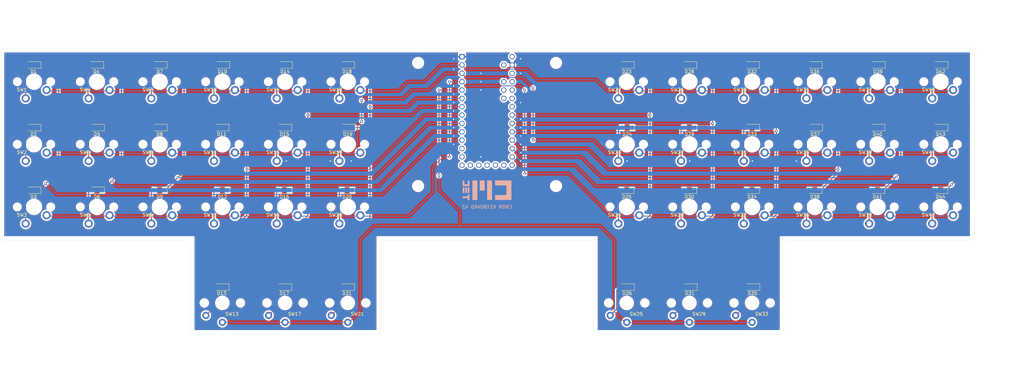
<source format=kicad_pcb>
(kicad_pcb (version 20211014) (generator pcbnew)

  (general
    (thickness 1.6)
  )

  (paper "A3")
  (layers
    (0 "F.Cu" signal)
    (1 "In1.Cu" power)
    (2 "In2.Cu" power)
    (31 "B.Cu" signal)
    (32 "B.Adhes" user "B.Adhesive")
    (33 "F.Adhes" user "F.Adhesive")
    (34 "B.Paste" user)
    (35 "F.Paste" user)
    (36 "B.SilkS" user "B.Silkscreen")
    (37 "F.SilkS" user "F.Silkscreen")
    (38 "B.Mask" user)
    (39 "F.Mask" user)
    (40 "Dwgs.User" user "User.Drawings")
    (41 "Cmts.User" user "User.Comments")
    (42 "Eco1.User" user "User.Eco1")
    (43 "Eco2.User" user "User.Eco2")
    (44 "Edge.Cuts" user)
    (45 "Margin" user)
    (46 "B.CrtYd" user "B.Courtyard")
    (47 "F.CrtYd" user "F.Courtyard")
    (48 "B.Fab" user)
    (49 "F.Fab" user)
  )

  (setup
    (stackup
      (layer "F.SilkS" (type "Top Silk Screen"))
      (layer "F.Paste" (type "Top Solder Paste"))
      (layer "F.Mask" (type "Top Solder Mask") (thickness 0.01))
      (layer "F.Cu" (type "copper") (thickness 0.035))
      (layer "dielectric 1" (type "core") (thickness 0.48) (material "FR4") (epsilon_r 4.5) (loss_tangent 0.02))
      (layer "In1.Cu" (type "copper") (thickness 0.035))
      (layer "dielectric 2" (type "prepreg") (thickness 0.48) (material "FR4") (epsilon_r 4.5) (loss_tangent 0.02))
      (layer "In2.Cu" (type "copper") (thickness 0.035))
      (layer "dielectric 3" (type "core") (thickness 0.48) (material "FR4") (epsilon_r 4.5) (loss_tangent 0.02))
      (layer "B.Cu" (type "copper") (thickness 0.035))
      (layer "B.Mask" (type "Bottom Solder Mask") (thickness 0.01))
      (layer "B.Paste" (type "Bottom Solder Paste"))
      (layer "B.SilkS" (type "Bottom Silk Screen"))
      (copper_finish "None")
      (dielectric_constraints no)
    )
    (pad_to_mask_clearance 0.051)
    (solder_mask_min_width 0.25)
    (aux_axis_origin 62.23 107.95)
    (grid_origin 62.23 107.95)
    (pcbplotparams
      (layerselection 0x00010fc_fffffff9)
      (disableapertmacros false)
      (usegerberextensions true)
      (usegerberattributes false)
      (usegerberadvancedattributes false)
      (creategerberjobfile false)
      (svguseinch false)
      (svgprecision 6)
      (excludeedgelayer true)
      (plotframeref false)
      (viasonmask false)
      (mode 1)
      (useauxorigin false)
      (hpglpennumber 1)
      (hpglpenspeed 20)
      (hpglpendiameter 15.000000)
      (dxfpolygonmode true)
      (dxfimperialunits true)
      (dxfusepcbnewfont true)
      (psnegative false)
      (psa4output false)
      (plotreference true)
      (plotvalue false)
      (plotinvisibletext false)
      (sketchpadsonfab false)
      (subtractmaskfromsilk true)
      (outputformat 1)
      (mirror false)
      (drillshape 0)
      (scaleselection 1)
      (outputdirectory "gerber/")
    )
  )

  (net 0 "")
  (net 1 "+5V")
  (net 2 "Net-(D2-Pad2)")
  (net 3 "Net-(D3-Pad2)")
  (net 4 "Net-(D4-Pad2)")
  (net 5 "/Col_A")
  (net 6 "Net-(D1-Pad2)")
  (net 7 "Net-(D6-Pad2)")
  (net 8 "Net-(D7-Pad2)")
  (net 9 "Net-(D8-Pad2)")
  (net 10 "/Col_B")
  (net 11 "Net-(D5-Pad2)")
  (net 12 "Net-(D10-Pad2)")
  (net 13 "Net-(D11-Pad2)")
  (net 14 "Net-(D12-Pad2)")
  (net 15 "Net-(D9-Pad2)")
  (net 16 "/Col_C")
  (net 17 "Net-(D13-Pad2)")
  (net 18 "Net-(D15-Pad2)")
  (net 19 "Net-(D16-Pad2)")
  (net 20 "Net-(D17-Pad2)")
  (net 21 "Net-(D18-Pad2)")
  (net 22 "/Col_D")
  (net 23 "Net-(D14-Pad2)")
  (net 24 "Net-(D20-Pad2)")
  (net 25 "Net-(D21-Pad2)")
  (net 26 "Net-(D23-Pad2)")
  (net 27 "/Col_E")
  (net 28 "Net-(D19-Pad2)")
  (net 29 "Net-(D25-Pad2)")
  (net 30 "Net-(D26-Pad2)")
  (net 31 "Net-(D28-Pad2)")
  (net 32 "/Col_F")
  (net 33 "Net-(D30-Pad2)")
  (net 34 "Net-(D31-Pad2)")
  (net 35 "Net-(D32-Pad2)")
  (net 36 "Net-(D33-Pad2)")
  (net 37 "/Col_G")
  (net 38 "Net-(D35-Pad2)")
  (net 39 "Net-(D36-Pad2)")
  (net 40 "Net-(D37-Pad2)")
  (net 41 "Net-(D38-Pad2)")
  (net 42 "/Col_H")
  (net 43 "Net-(D24-Pad2)")
  (net 44 "Net-(D40-Pad2)")
  (net 45 "Net-(D41-Pad2)")
  (net 46 "Net-(D42-Pad2)")
  (net 47 "Net-(D43-Pad2)")
  (net 48 "/Col_I")
  (net 49 "unconnected-(U3-Pad12)")
  (net 50 "unconnected-(U3-Pad30)")
  (net 51 "Net-(D29-Pad2)")
  (net 52 "Net-(D34-Pad2)")
  (net 53 "Net-(D39-Pad2)")
  (net 54 "/Col_J")
  (net 55 "Net-(D44-Pad2)")
  (net 56 "unconnected-(U3-Pad29)")
  (net 57 "unconnected-(U3-Pad13)")
  (net 58 "unconnected-(U3-Pad14)")
  (net 59 "/Col_K")
  (net 60 "unconnected-(U3-Pad15)")
  (net 61 "unconnected-(U3-Pad16)")
  (net 62 "unconnected-(U3-Pad17)")
  (net 63 "unconnected-(U3-Pad18)")
  (net 64 "/Col_L")
  (net 65 "unconnected-(U3-Pad19)")
  (net 66 "unconnected-(U3-Pad20)")
  (net 67 "unconnected-(U3-Pad27)")
  (net 68 "unconnected-(U3-Pad28)")
  (net 69 "unconnected-(U3-Pad31)")
  (net 70 "unconnected-(U3-Pad33)")
  (net 71 "GND")
  (net 72 "unconnected-(U3-Pad35)")
  (net 73 "unconnected-(U3-Pad36)")
  (net 74 "unconnected-(U3-Pad37)")
  (net 75 "/Row_1")
  (net 76 "/Row_2")
  (net 77 "/Row_3")
  (net 78 "/Row_4")

  (footprint "Switch_Keyboard_Cherry_MX:SW_Cherry_MX_PCB_1.00u" (layer "F.Cu") (at 347.98 137.16 180))

  (footprint "Diode_SMD:D_SOD-123" (layer "F.Cu") (at 252.73 132.08 180))

  (footprint "Switch_Keyboard_Cherry_MX:SW_Cherry_MX_PCB_1.00u" (layer "F.Cu") (at 91.65318 156.21 180))

  (footprint "teensy:Teensy_LC" (layer "F.Cu") (at 210.185 127 -90))

  (footprint "Diode_SMD:D_SOD-123" (layer "F.Cu") (at 91.44 113.03 180))

  (footprint "Switch_Keyboard_Cherry_MX:SW_Cherry_MX_PCB_1.00u" (layer "F.Cu") (at 91.65318 137.16 180))

  (footprint "Diode_SMD:D_SOD-123" (layer "F.Cu") (at 252.617081 113.03 180))

  (footprint "Diode_SMD:D_SOD-123" (layer "F.Cu") (at 271.667081 151.13 180))

  (footprint "Switch_Keyboard_Cherry_MX:SW_Cherry_MX_PCB_1.00u" (layer "F.Cu") (at 252.617081 118.11 180))

  (footprint "Switch_Keyboard_Cherry_MX:SW_Cherry_MX_PCB_1.00u" (layer "F.Cu") (at 148.80318 118.11 180))

  (footprint "Switch_Keyboard_Cherry_MX:SW_Cherry_MX_PCB_1.00u" (layer "F.Cu") (at 72.517 118.11 180))

  (footprint "Diode_SMD:D_SOD-123" (layer "F.Cu") (at 110.70318 113.03 180))

  (footprint "Diode_SMD:D_SOD-123" (layer "F.Cu") (at 290.83 180.594 180))

  (footprint "Switch_Keyboard_Cherry_MX:SW_Cherry_MX_PCB_1.00u" (layer "F.Cu") (at 110.70318 137.16 180))

  (footprint "MountingHole:MountingHole_2.7mm_M2.5" (layer "F.Cu") (at 189.23 112.395))

  (footprint "Switch_Keyboard_Cherry_MX:SW_Cherry_MX_PCB_1.00u" (layer "F.Cu") (at 347.98 118.11 180))

  (footprint "Switch_Keyboard_Cherry_MX:SW_Cherry_MX_PCB_1.00u" (layer "F.Cu") (at 129.75318 118.11 180))

  (footprint "Switch_Keyboard_Cherry_MX:SW_Cherry_MX_PCB_1.00u" (layer "F.Cu") (at 252.617081 137.16 180))

  (footprint "MountingHole:MountingHole_2.7mm_M2.5" (layer "F.Cu") (at 189.23 149.86))

  (footprint "Diode_SMD:D_SOD-123" (layer "F.Cu") (at 72.39 113.03 180))

  (footprint "Diode_SMD:D_SOD-123" (layer "F.Cu") (at 271.78 180.594 180))

  (footprint "Diode_SMD:D_SOD-123" (layer "F.Cu") (at 129.75318 151.13 180))

  (footprint "Switch_Keyboard_Cherry_MX:SW_Cherry_MX_PCB_1.00u" (layer "F.Cu") (at 167.85318 118.11 180))

  (footprint "Switch_Keyboard_Cherry_MX:SW_Cherry_MX_PCB_1.00u" (layer "F.Cu") (at 328.817081 118.11 180))

  (footprint "Switch_Keyboard_Kailh:SW_Kailh_Choc_V1_1.00u" (layer "F.Cu") (at 290.717081 185.42 180))

  (footprint "Diode_SMD:D_SOD-123" (layer "F.Cu") (at 129.54 132.08 180))

  (footprint "Switch_Keyboard_Cherry_MX:SW_Cherry_MX_PCB_1.00u" (layer "F.Cu") (at 290.717081 137.16 180))

  (footprint "Switch_Keyboard_Cherry_MX:SW_Cherry_MX_PCB_1.00u" (layer "F.Cu") (at 290.717081 118.11 180))

  (footprint "Diode_SMD:D_SOD-123" (layer "F.Cu") (at 129.54 180.594 180))

  (footprint "MountingHole:MountingHole_2.7mm_M2.5" (layer "F.Cu") (at 231.14 149.86))

  (footprint "Diode_SMD:D_SOD-123" (layer "F.Cu") (at 309.767081 151.13 180))

  (footprint "Switch_Keyboard_Cherry_MX:SW_Cherry_MX_PCB_1.00u" (layer "F.Cu") (at 110.70318 118.11 180))

  (footprint "Diode_SMD:D_SOD-123" (layer "F.Cu") (at 252.617081 151.13 180))

  (footprint "Diode_SMD:D_SOD-123" (layer "F.Cu") (at 271.667081 132.08 180))

  (footprint "Diode_SMD:D_SOD-123" (layer "F.Cu") (at 167.85318 132.08 180))

  (footprint "Diode_SMD:D_SOD-123" (layer "F.Cu") (at 91.65318 151.13 180))

  (footprint "Diode_SMD:D_SOD-123" (layer "F.Cu") (at 347.98 151.13 180))

  (footprint "Diode_SMD:D_SOD-123" (layer "F.Cu") (at 167.64 180.594 180))

  (footprint "Switch_Keyboard_Cherry_MX:SW_Cherry_MX_PCB_1.00u" (layer "F.Cu") (at 328.817081 137.16 180))

  (footprint "Diode_SMD:D_SOD-123" (layer "F.Cu") (at 110.70318 151.13 180))

  (footprint "Diode_SMD:D_SOD-123" (layer "F.Cu") (at 72.39 132.08 180))

  (footprint "Diode_SMD:D_SOD-123" (layer "F.Cu") (at 290.717081 113.03 180))

  (footprint "Switch_Keyboard_Cherry_MX:SW_Cherry_MX_PCB_1.00u" (layer "F.Cu") (at 271.667081 156.21 180))

  (footprint "Switch_Keyboard_Cherry_MX:SW_Cherry_MX_PCB_1.00u" (layer "F.Cu") (at 148.80318 137.16 180))

  (footprint "Switch_Keyboard_Kailh:SW_Kailh_Choc_V1_1.00u" (layer "F.Cu") (at 129.75318 185.42 180))

  (footprint "Switch_Keyboard_Kailh:SW_Kailh_Choc_V1_1.00u" (layer "F.Cu") (at 148.80318 185.42 180))

  (footprint "Switch_Keyboard_Cherry_MX:SW_Cherry_MX_PCB_1.00u" (layer "F.Cu") (at 309.767081 118.11 180))

  (footprint "Switch_Keyboard_Kailh:SW_Kailh_Choc_V1_1.00u" (layer "F.Cu") (at 271.667081 185.42 180))

  (footprint "MountingHole:MountingHole_2.7mm_M2.5" (layer "F.Cu") (at 231.14 112.395))

  (footprint "Diode_SMD:D_SOD-123" (layer "F.Cu") (at 167.64 113.03 180))

  (footprint "Switch_Keyboard_Cherry_MX:SW_Cherry_MX_PCB_1.00u" (layer "F.Cu")
    (tedit 0) (tstamp 820cfb12-0b9e-4c74-9f44-d73bdf6cbdea)
    (at 309.767081 137.16 180)
    (descr "Cherry MX keyswitch PCB Mount with 1.00u keycap")
    (tags "Cherry MX Keyboard Keyswitch Switch PCB Cutout 1.00u")
    (property "Sheetfile" "cmdr_mainboard.kicad_sch")
    (property "Sheetname" "")
    (path "/679199d2-3e58-4b1e-a8e0-a8f26548e0cc")
    (attr through_hole)
    (fp_text reference "SW35" (at 3.696782 -2.442517) (layer "F.SilkS")
      (effects (font (size 1 1) (thickness 0.15)))
      (tstamp 4f3b2545-c9e0-440a-90f4-957ebcd6a672)
    )
    (fp_text value "SW_Push" (at 0 8) (layer "F.Fab")
      (effects (font (size 1 1) (thickness 0.15)))
      (tstamp c581d696-4d48-4848-a97e-f154f50c5283)
    )
    (fp_text user "${REFERENCE}" (at 0 0) (layer "F.Fab")
      (effects (font (size 1 1) (thickness 0.15)))
      (tstamp 8e17e791-d091-4940-9a5a-7ae76779959f)
    )
    (fp_line (start 9.525 9.525) (end 9.525 -9.525) (layer "Dwgs.User") (width 0.1) (tstamp 071ecbb2-9064-48a3-948c-f0e304c292c7))
    (fp_line (start -9.525 9.525) (end 9.525 9.525) (layer "Dwgs.User") (width 0.1) (tstamp 51715726-b73a-4f6c-b15a-5eec53f59f5c))
    (fp_line (start -9.525 -9.525) (end -9.525 9.525) (layer "Dwgs.User") (width 0.1) (tstamp ab6e920e-1b59-459b-ac03-e91a36359e04))
    (fp_line (start 9.525 -9.525) (end -9.525 -9.525) (layer "Dwg
... [2391361 chars truncated]
</source>
